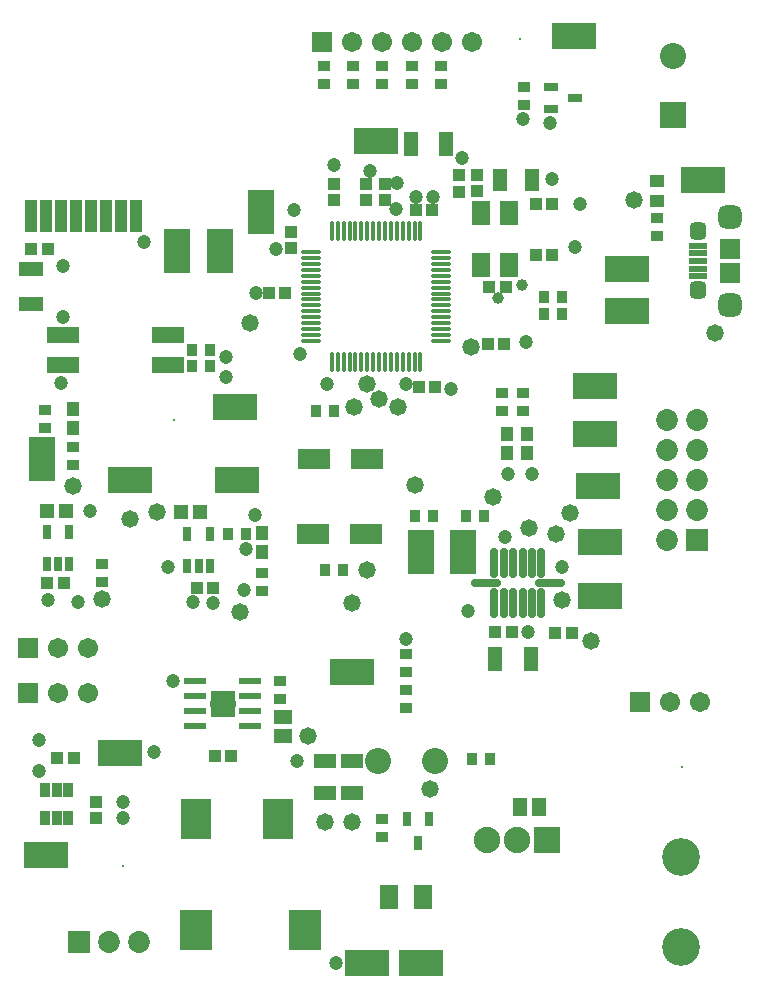
<source format=gts>
G04*
G04 #@! TF.GenerationSoftware,Altium Limited,Altium Designer,23.11.1 (41)*
G04*
G04 Layer_Color=8388736*
%FSLAX25Y25*%
%MOIN*%
G70*
G04*
G04 #@! TF.SameCoordinates,5FF802D6-143A-4804-846E-93AAEE263E3C*
G04*
G04*
G04 #@! TF.FilePolarity,Negative*
G04*
G01*
G75*
%ADD49R,0.07400X0.02000*%
%ADD56R,0.03950X0.04343*%
%ADD57R,0.14580X0.08674*%
%ADD58R,0.08674X0.14580*%
%ADD59R,0.06902X0.06706*%
%ADD60R,0.05866X0.02126*%
%ADD61R,0.03950X0.04737*%
%ADD62R,0.03359X0.05131*%
%ADD63R,0.10642X0.07099*%
%ADD64R,0.11036X0.05524*%
%ADD65R,0.03556X0.04343*%
%ADD66R,0.06312X0.08280*%
%ADD67R,0.04343X0.03950*%
%ADD68O,0.01535X0.06653*%
%ADD69O,0.06653X0.01535*%
%ADD70R,0.05131X0.07493*%
%ADD71R,0.04343X0.03556*%
%ADD72R,0.04737X0.04737*%
%ADD73R,0.05918X0.07887*%
%ADD74R,0.03162X0.04934*%
%ADD75R,0.04343X0.10642*%
%ADD76R,0.04737X0.07887*%
%ADD77R,0.05131X0.05918*%
%ADD78R,0.10642X0.13398*%
%ADD79R,0.07493X0.05131*%
%ADD80R,0.05918X0.05131*%
%ADD81R,0.03162X0.04737*%
%ADD82R,0.08465X0.09000*%
%ADD83O,0.02965X0.10249*%
%ADD84R,0.04737X0.03162*%
%ADD85R,0.10249X0.13792*%
%ADD86R,0.04737X0.04343*%
%ADD87R,0.07887X0.04737*%
%ADD88O,0.10249X0.02965*%
%ADD89C,0.00800*%
%ADD90C,0.07296*%
%ADD91R,0.07296X0.07296*%
G04:AMPARAMS|DCode=92|XSize=57.21mil|YSize=55.24mil|CornerRadius=15.81mil|HoleSize=0mil|Usage=FLASHONLY|Rotation=90.000|XOffset=0mil|YOffset=0mil|HoleType=Round|Shape=RoundedRectangle|*
%AMROUNDEDRECTD92*
21,1,0.05721,0.02362,0,0,90.0*
21,1,0.02559,0.05524,0,0,90.0*
1,1,0.03162,0.01181,0.01280*
1,1,0.03162,0.01181,-0.01280*
1,1,0.03162,-0.01181,-0.01280*
1,1,0.03162,-0.01181,0.01280*
%
%ADD92ROUNDEDRECTD92*%
G04:AMPARAMS|DCode=93|XSize=76.77mil|YSize=76.77mil|CornerRadius=21.16mil|HoleSize=0mil|Usage=FLASHONLY|Rotation=90.000|XOffset=0mil|YOffset=0mil|HoleType=Round|Shape=RoundedRectangle|*
%AMROUNDEDRECTD93*
21,1,0.07677,0.03445,0,0,90.0*
21,1,0.03445,0.07677,0,0,90.0*
1,1,0.04232,0.01722,0.01722*
1,1,0.04232,0.01722,-0.01722*
1,1,0.04232,-0.01722,-0.01722*
1,1,0.04232,-0.01722,0.01722*
%
%ADD93ROUNDEDRECTD93*%
%ADD94C,0.08674*%
%ADD95R,0.08674X0.08674*%
%ADD96C,0.08800*%
%ADD97R,0.08800X0.08800*%
%ADD98C,0.06706*%
%ADD99R,0.06706X0.06706*%
%ADD100C,0.12611*%
%ADD101R,0.07300X0.07300*%
%ADD102C,0.07300*%
%ADD103C,0.04737*%
%ADD104C,0.05800*%
%ADD105C,0.03950*%
D49*
X65703Y102894D02*
D03*
Y97894D02*
D03*
Y92894D02*
D03*
Y107894D02*
D03*
X83903D02*
D03*
Y102894D02*
D03*
Y97894D02*
D03*
Y92894D02*
D03*
D56*
X163244Y220500D02*
D03*
X168756D02*
D03*
X163744Y239500D02*
D03*
X169256D02*
D03*
X184756Y250000D02*
D03*
X179244D02*
D03*
X144756Y265000D02*
D03*
X139244D02*
D03*
X90244Y237500D02*
D03*
X95756D02*
D03*
X71764Y138945D02*
D03*
X66252D02*
D03*
X179244Y267000D02*
D03*
X184756D02*
D03*
X72244Y83000D02*
D03*
X77756D02*
D03*
X21866Y140677D02*
D03*
X16354D02*
D03*
X16535Y251969D02*
D03*
X19744Y82500D02*
D03*
X191256Y124000D02*
D03*
X171260Y124409D02*
D03*
X145756Y206000D02*
D03*
X140244D02*
D03*
X165748Y124409D02*
D03*
X185744Y124000D02*
D03*
X25256Y82500D02*
D03*
X11024Y251969D02*
D03*
D57*
X200500Y136500D02*
D03*
Y154500D02*
D03*
X200000Y173000D02*
D03*
X209500Y231500D02*
D03*
Y245500D02*
D03*
X40500Y84000D02*
D03*
X126000Y288000D02*
D03*
X123000Y14000D02*
D03*
X79500Y175000D02*
D03*
X79000Y199500D02*
D03*
X199000Y206500D02*
D03*
Y190500D02*
D03*
X192000Y323000D02*
D03*
X16000Y50000D02*
D03*
X44000Y175000D02*
D03*
X141000Y14000D02*
D03*
X118000Y111000D02*
D03*
X235000Y275000D02*
D03*
D58*
X59500Y251500D02*
D03*
X155000Y151000D02*
D03*
X141000D02*
D03*
X74000Y251500D02*
D03*
X14500Y182000D02*
D03*
X87500Y264500D02*
D03*
D59*
X244000Y252000D02*
D03*
Y244126D02*
D03*
D60*
X233370Y242945D02*
D03*
Y245504D02*
D03*
Y248063D02*
D03*
Y250622D02*
D03*
Y253181D02*
D03*
D61*
X169559Y183976D02*
D03*
Y190276D02*
D03*
X176252Y183976D02*
D03*
Y190276D02*
D03*
X88000Y151000D02*
D03*
Y157299D02*
D03*
X25000Y192500D02*
D03*
Y198799D02*
D03*
D62*
X23240Y71724D02*
D03*
X15760D02*
D03*
Y62276D02*
D03*
X19500D02*
D03*
X23240D02*
D03*
X19500Y71724D02*
D03*
D63*
X122858Y182000D02*
D03*
X105142D02*
D03*
X105000Y157000D02*
D03*
X122716D02*
D03*
D64*
X21461Y223500D02*
D03*
Y213500D02*
D03*
X56500Y223500D02*
D03*
Y213500D02*
D03*
D65*
X64547Y218500D02*
D03*
X70453D02*
D03*
X64547Y213000D02*
D03*
X70453D02*
D03*
X82453Y157000D02*
D03*
X76547D02*
D03*
X163953Y82000D02*
D03*
X158047D02*
D03*
X139047Y163000D02*
D03*
X144953D02*
D03*
X114953Y145000D02*
D03*
X109047D02*
D03*
X111953Y198000D02*
D03*
X106047D02*
D03*
X161953Y163000D02*
D03*
X156047D02*
D03*
X182047Y236000D02*
D03*
X187953D02*
D03*
X182047Y230500D02*
D03*
X187953D02*
D03*
D66*
X160776Y246839D02*
D03*
Y264161D02*
D03*
X170224D02*
D03*
Y246839D02*
D03*
D67*
X97500Y252244D02*
D03*
Y257756D02*
D03*
X32500Y67756D02*
D03*
Y62244D02*
D03*
X122500Y273756D02*
D03*
X129000Y273756D02*
D03*
X112000Y273756D02*
D03*
X153500Y276634D02*
D03*
X159500Y276756D02*
D03*
Y271244D02*
D03*
X153500Y271122D02*
D03*
X112000Y268244D02*
D03*
X129000Y268244D02*
D03*
X122500Y268244D02*
D03*
D68*
X140748Y257972D02*
D03*
X136811D02*
D03*
X134843D02*
D03*
X132874D02*
D03*
X130905D02*
D03*
X128937D02*
D03*
X126969D02*
D03*
X125000D02*
D03*
X123031D02*
D03*
X121063D02*
D03*
X119095D02*
D03*
X117126D02*
D03*
X115157D02*
D03*
X113189D02*
D03*
X111221D02*
D03*
Y214469D02*
D03*
X113189D02*
D03*
X115157D02*
D03*
X117126D02*
D03*
X119095D02*
D03*
X121063D02*
D03*
X123031D02*
D03*
X125000D02*
D03*
X126969D02*
D03*
X128937D02*
D03*
X130905D02*
D03*
X132874D02*
D03*
X134843D02*
D03*
X138779D02*
D03*
X140748D02*
D03*
X136811D02*
D03*
X138779Y257972D02*
D03*
D69*
X104232Y249016D02*
D03*
Y247047D02*
D03*
Y245079D02*
D03*
Y243110D02*
D03*
Y241142D02*
D03*
Y239173D02*
D03*
Y237205D02*
D03*
Y235236D02*
D03*
Y233268D02*
D03*
Y231299D02*
D03*
Y229331D02*
D03*
Y227362D02*
D03*
Y225394D02*
D03*
Y223425D02*
D03*
Y221457D02*
D03*
X147736D02*
D03*
Y223425D02*
D03*
Y225394D02*
D03*
Y227362D02*
D03*
Y229331D02*
D03*
Y231299D02*
D03*
Y233268D02*
D03*
Y235236D02*
D03*
Y237205D02*
D03*
Y239173D02*
D03*
Y241142D02*
D03*
Y245079D02*
D03*
Y247047D02*
D03*
Y249016D02*
D03*
Y250984D02*
D03*
Y243110D02*
D03*
X104232Y250984D02*
D03*
D70*
X167185Y275000D02*
D03*
X177815D02*
D03*
D71*
X34465Y146976D02*
D03*
Y141071D02*
D03*
X88000Y143953D02*
D03*
Y138047D02*
D03*
X128000Y56047D02*
D03*
Y61953D02*
D03*
X136000Y116953D02*
D03*
Y111047D02*
D03*
Y104953D02*
D03*
Y99047D02*
D03*
X175197Y300197D02*
D03*
X25000Y180047D02*
D03*
X219500Y256547D02*
D03*
Y262453D02*
D03*
X94000Y107953D02*
D03*
Y102047D02*
D03*
X15500Y198453D02*
D03*
Y192547D02*
D03*
X25000Y185953D02*
D03*
X175197Y306102D02*
D03*
X108661Y312992D02*
D03*
Y307087D02*
D03*
X118110Y312992D02*
D03*
Y307087D02*
D03*
X127953Y312992D02*
D03*
Y307087D02*
D03*
X137795Y312992D02*
D03*
Y307087D02*
D03*
X147638Y312992D02*
D03*
Y307087D02*
D03*
X168000Y203953D02*
D03*
Y198047D02*
D03*
X175000Y203953D02*
D03*
Y198047D02*
D03*
D72*
X67150Y164500D02*
D03*
X60850D02*
D03*
X22654Y164693D02*
D03*
X16354D02*
D03*
D73*
X130291Y36000D02*
D03*
X141709D02*
D03*
D74*
X63102Y146425D02*
D03*
X66843D02*
D03*
X70583D02*
D03*
Y157055D02*
D03*
X63102D02*
D03*
X16158Y147173D02*
D03*
X23638D02*
D03*
Y157803D02*
D03*
X16158D02*
D03*
X19898Y147173D02*
D03*
D75*
X10799Y262992D02*
D03*
X15804D02*
D03*
X20810D02*
D03*
X25815D02*
D03*
X30821D02*
D03*
X35827D02*
D03*
X40832D02*
D03*
X45838D02*
D03*
D76*
X165748Y115354D02*
D03*
X177559D02*
D03*
X137594Y287000D02*
D03*
X149406D02*
D03*
D77*
X180150Y66000D02*
D03*
X173850D02*
D03*
D78*
X65890Y25000D02*
D03*
X102110D02*
D03*
D79*
X109000Y70685D02*
D03*
Y81315D02*
D03*
X118000Y70685D02*
D03*
Y81315D02*
D03*
D80*
X95000Y96150D02*
D03*
Y89850D02*
D03*
D81*
X143740Y61937D02*
D03*
X136260D02*
D03*
X140000Y54063D02*
D03*
D82*
X74803Y100394D02*
D03*
D83*
X177953Y133957D02*
D03*
X174803D02*
D03*
X168504D02*
D03*
Y147539D02*
D03*
X181102D02*
D03*
X177953D02*
D03*
X174803D02*
D03*
X171653D02*
D03*
X165354D02*
D03*
Y133957D02*
D03*
X171653D02*
D03*
X181102D02*
D03*
D84*
X184252Y298622D02*
D03*
X192126Y302362D02*
D03*
X184252Y306102D02*
D03*
D85*
X93362Y62000D02*
D03*
X66000D02*
D03*
D86*
X219500Y274847D02*
D03*
Y268154D02*
D03*
D87*
X11000Y233594D02*
D03*
Y245406D02*
D03*
D88*
X183957Y140748D02*
D03*
X162500D02*
D03*
D89*
X174000Y322000D02*
D03*
X58500Y195000D02*
D03*
X41500Y46500D02*
D03*
X228000Y79500D02*
D03*
D90*
X223000Y195000D02*
D03*
X233000D02*
D03*
X223000Y185000D02*
D03*
X233000D02*
D03*
X223000Y165000D02*
D03*
X233000D02*
D03*
X223000Y155000D02*
D03*
X233000Y175000D02*
D03*
X223000D02*
D03*
D91*
X233000Y155000D02*
D03*
D92*
X233370Y238221D02*
D03*
Y257906D02*
D03*
D93*
X244000Y233496D02*
D03*
Y262630D02*
D03*
D94*
X224803Y316535D02*
D03*
X145685Y81315D02*
D03*
X126685D02*
D03*
X74803Y100394D02*
D03*
D95*
X224803Y296850D02*
D03*
D96*
X173000Y55000D02*
D03*
X163000D02*
D03*
D97*
X183000D02*
D03*
D98*
X148000Y321000D02*
D03*
X138000D02*
D03*
X128000D02*
D03*
X118000D02*
D03*
X158000D02*
D03*
X30000Y119000D02*
D03*
X20000D02*
D03*
X224000Y101000D02*
D03*
X234000D02*
D03*
X20000Y104000D02*
D03*
X30000D02*
D03*
D99*
X108000Y321000D02*
D03*
X10000Y119000D02*
D03*
X214000Y101000D02*
D03*
X10000Y104000D02*
D03*
D100*
X227500Y19500D02*
D03*
Y49500D02*
D03*
D101*
X27000Y21000D02*
D03*
D102*
X37000D02*
D03*
X47000D02*
D03*
D103*
X124000Y278000D02*
D03*
X169000Y156000D02*
D03*
X21000Y207500D02*
D03*
X85500Y163500D02*
D03*
X92500Y252000D02*
D03*
X139193Y269500D02*
D03*
X132500Y265500D02*
D03*
X151000Y205500D02*
D03*
X136000Y207000D02*
D03*
X82500Y152000D02*
D03*
X82000Y138500D02*
D03*
X175000Y295500D02*
D03*
X184000Y294000D02*
D03*
X176500Y124500D02*
D03*
X21500Y229500D02*
D03*
X65000Y134500D02*
D03*
X71500Y134000D02*
D03*
X176000Y221000D02*
D03*
X133000Y274000D02*
D03*
X184500Y275500D02*
D03*
X145000Y269500D02*
D03*
X86000Y237500D02*
D03*
X21500Y246500D02*
D03*
X100508Y216992D02*
D03*
X76000Y216000D02*
D03*
Y209500D02*
D03*
X48500Y254500D02*
D03*
X13500Y78000D02*
D03*
X56500Y146000D02*
D03*
X98500Y265000D02*
D03*
X109500Y207000D02*
D03*
X192171Y252829D02*
D03*
X194000Y267000D02*
D03*
X52000Y84500D02*
D03*
X41744Y62244D02*
D03*
X41756Y67756D02*
D03*
X13744Y88500D02*
D03*
X156500Y131500D02*
D03*
X170000Y177000D02*
D03*
X178000D02*
D03*
X188000Y146000D02*
D03*
X136000Y122000D02*
D03*
X112524Y14000D02*
D03*
X99685Y81315D02*
D03*
X58106Y107894D02*
D03*
X112000Y280000D02*
D03*
X154500Y282500D02*
D03*
X30528Y164693D02*
D03*
X26500Y134500D02*
D03*
X16748Y135165D02*
D03*
D104*
X197500Y121500D02*
D03*
X165000Y169500D02*
D03*
X133392Y199392D02*
D03*
X190500Y164000D02*
D03*
X177000Y159000D02*
D03*
X84000Y227500D02*
D03*
X44000Y162000D02*
D03*
X80500Y131000D02*
D03*
X34500Y135272D02*
D03*
X157500Y219500D02*
D03*
X53000Y164500D02*
D03*
X118000Y134000D02*
D03*
X239000Y224000D02*
D03*
X188000Y135000D02*
D03*
X118500Y199500D02*
D03*
X139000Y173500D02*
D03*
X212000Y268500D02*
D03*
X25000Y173000D02*
D03*
X103350Y89850D02*
D03*
X109000Y61000D02*
D03*
X118000D02*
D03*
X123000Y207000D02*
D03*
X127000Y202000D02*
D03*
X186000Y157000D02*
D03*
X123000Y145000D02*
D03*
X144000Y72000D02*
D03*
D105*
X174500Y240000D02*
D03*
X166536Y235662D02*
D03*
M02*

</source>
